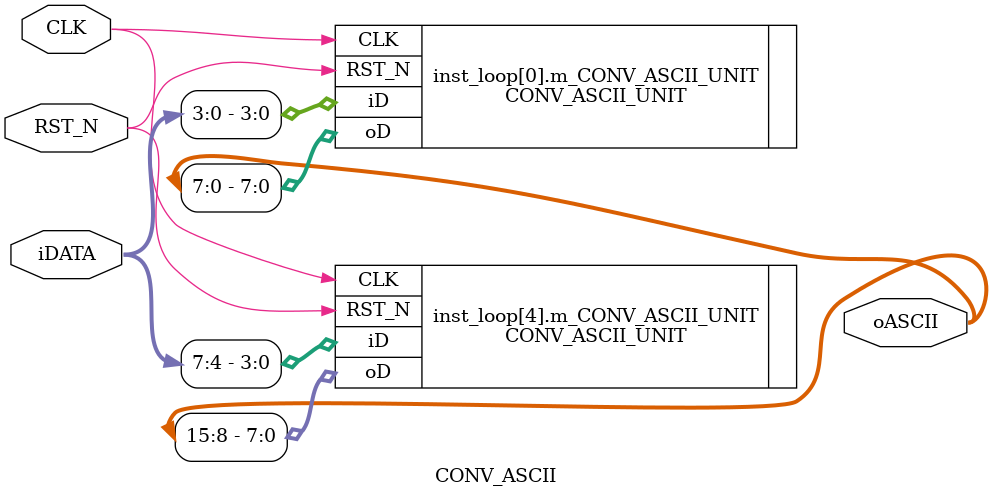
<source format=v>

`timescale  1ns/1ps

module CONV_ASCII #(
    parameter   DATA_WIDTH = 8
) (
    input   wire                                CLK,
    input   wire                                RST_N,
    //
    input   wire    [DATA_WIDTH -1 : 0]         iDATA,
    //
    output  wire    [DATA_WIDTH * 2 -1 : 0]     oASCII
);

    //
    generate
        genvar                                      i;
        //
        for (i=0; i< DATA_WIDTH; i=i+4) begin: inst_loop
            CONV_ASCII_UNIT m_CONV_ASCII_UNIT(
                .CLK(CLK), .RST_N(RST_N), 
                //
                .iD(iDATA[i+3:i]), 
                //
                .oD(oASCII[i*2+7:i*2])
            );
        end
    endgenerate

endmodule

</source>
